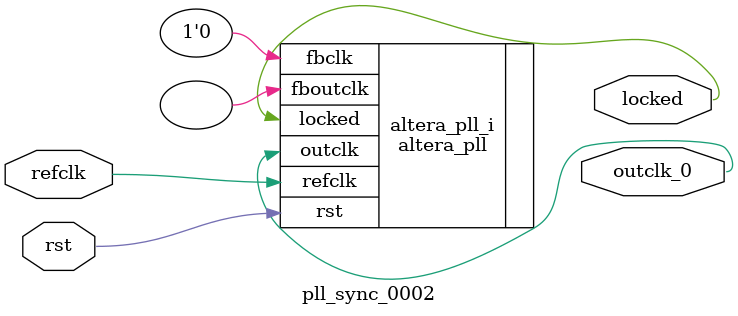
<source format=v>
`timescale 1ns/10ps
module  pll_sync_0002(

	// interface 'refclk'
	input wire refclk,

	// interface 'reset'
	input wire rst,

	// interface 'outclk0'
	output wire outclk_0,

	// interface 'locked'
	output wire locked
);

	altera_pll #(
		.fractional_vco_multiplier("false"),
		.reference_clock_frequency("100.0 MHz"),
		.operation_mode("direct"),
		.number_of_clocks(1),
		.output_clock_frequency0("16.000000 MHz"),
		.phase_shift0("0 ps"),
		.duty_cycle0(50),
		.output_clock_frequency1("0 MHz"),
		.phase_shift1("0 ps"),
		.duty_cycle1(50),
		.output_clock_frequency2("0 MHz"),
		.phase_shift2("0 ps"),
		.duty_cycle2(50),
		.output_clock_frequency3("0 MHz"),
		.phase_shift3("0 ps"),
		.duty_cycle3(50),
		.output_clock_frequency4("0 MHz"),
		.phase_shift4("0 ps"),
		.duty_cycle4(50),
		.output_clock_frequency5("0 MHz"),
		.phase_shift5("0 ps"),
		.duty_cycle5(50),
		.output_clock_frequency6("0 MHz"),
		.phase_shift6("0 ps"),
		.duty_cycle6(50),
		.output_clock_frequency7("0 MHz"),
		.phase_shift7("0 ps"),
		.duty_cycle7(50),
		.output_clock_frequency8("0 MHz"),
		.phase_shift8("0 ps"),
		.duty_cycle8(50),
		.output_clock_frequency9("0 MHz"),
		.phase_shift9("0 ps"),
		.duty_cycle9(50),
		.output_clock_frequency10("0 MHz"),
		.phase_shift10("0 ps"),
		.duty_cycle10(50),
		.output_clock_frequency11("0 MHz"),
		.phase_shift11("0 ps"),
		.duty_cycle11(50),
		.output_clock_frequency12("0 MHz"),
		.phase_shift12("0 ps"),
		.duty_cycle12(50),
		.output_clock_frequency13("0 MHz"),
		.phase_shift13("0 ps"),
		.duty_cycle13(50),
		.output_clock_frequency14("0 MHz"),
		.phase_shift14("0 ps"),
		.duty_cycle14(50),
		.output_clock_frequency15("0 MHz"),
		.phase_shift15("0 ps"),
		.duty_cycle15(50),
		.output_clock_frequency16("0 MHz"),
		.phase_shift16("0 ps"),
		.duty_cycle16(50),
		.output_clock_frequency17("0 MHz"),
		.phase_shift17("0 ps"),
		.duty_cycle17(50),
		.pll_type("General"),
		.pll_subtype("General")
	) altera_pll_i (
		.rst	(rst),
		.outclk	({outclk_0}),
		.locked	(locked),
		.fboutclk	( ),
		.fbclk	(1'b0),
		.refclk	(refclk)
	);
endmodule


</source>
